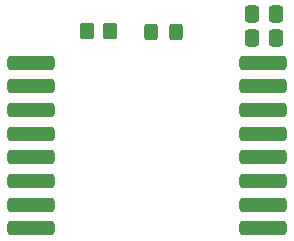
<source format=gbr>
%TF.GenerationSoftware,KiCad,Pcbnew,6.0.5-a6ca702e91~116~ubuntu20.04.1*%
%TF.CreationDate,2022-05-08T08:16:30-05:00*%
%TF.ProjectId,RFM69HW_Shield_v001,52464d36-3948-4575-9f53-6869656c645f,rev?*%
%TF.SameCoordinates,Original*%
%TF.FileFunction,Paste,Top*%
%TF.FilePolarity,Positive*%
%FSLAX46Y46*%
G04 Gerber Fmt 4.6, Leading zero omitted, Abs format (unit mm)*
G04 Created by KiCad (PCBNEW 6.0.5-a6ca702e91~116~ubuntu20.04.1) date 2022-05-08 08:16:30*
%MOMM*%
%LPD*%
G01*
G04 APERTURE LIST*
G04 Aperture macros list*
%AMRoundRect*
0 Rectangle with rounded corners*
0 $1 Rounding radius*
0 $2 $3 $4 $5 $6 $7 $8 $9 X,Y pos of 4 corners*
0 Add a 4 corners polygon primitive as box body*
4,1,4,$2,$3,$4,$5,$6,$7,$8,$9,$2,$3,0*
0 Add four circle primitives for the rounded corners*
1,1,$1+$1,$2,$3*
1,1,$1+$1,$4,$5*
1,1,$1+$1,$6,$7*
1,1,$1+$1,$8,$9*
0 Add four rect primitives between the rounded corners*
20,1,$1+$1,$2,$3,$4,$5,0*
20,1,$1+$1,$4,$5,$6,$7,0*
20,1,$1+$1,$6,$7,$8,$9,0*
20,1,$1+$1,$8,$9,$2,$3,0*%
G04 Aperture macros list end*
%ADD10RoundRect,0.250000X-0.337500X-0.475000X0.337500X-0.475000X0.337500X0.475000X-0.337500X0.475000X0*%
%ADD11RoundRect,0.300000X1.700000X-0.300000X1.700000X0.300000X-1.700000X0.300000X-1.700000X-0.300000X0*%
%ADD12RoundRect,0.250000X-0.350000X-0.450000X0.350000X-0.450000X0.350000X0.450000X-0.350000X0.450000X0*%
%ADD13RoundRect,0.250000X0.325000X0.450000X-0.325000X0.450000X-0.325000X-0.450000X0.325000X-0.450000X0*%
G04 APERTURE END LIST*
D10*
%TO.C,C1*%
X162762500Y-79200000D03*
X164837500Y-79200000D03*
%TD*%
%TO.C,C2*%
X162762500Y-77200000D03*
X164837500Y-77200000D03*
%TD*%
D11*
%TO.C,U1*%
X163750000Y-95300000D03*
X163750000Y-93300000D03*
X163750000Y-91300000D03*
X163750000Y-89300000D03*
X163750000Y-87300000D03*
X163750000Y-85300000D03*
X163750000Y-83300000D03*
X163750000Y-81300000D03*
X144050000Y-81300000D03*
X144050000Y-83300000D03*
X144050000Y-85300000D03*
X144050000Y-87300000D03*
X144050000Y-89300000D03*
X144050000Y-91300000D03*
X144050000Y-93300000D03*
X144050000Y-95300000D03*
%TD*%
D12*
%TO.C,R1*%
X148800000Y-78600000D03*
X150800000Y-78600000D03*
%TD*%
D13*
%TO.C,D1*%
X156325000Y-78700000D03*
X154275000Y-78700000D03*
%TD*%
M02*

</source>
